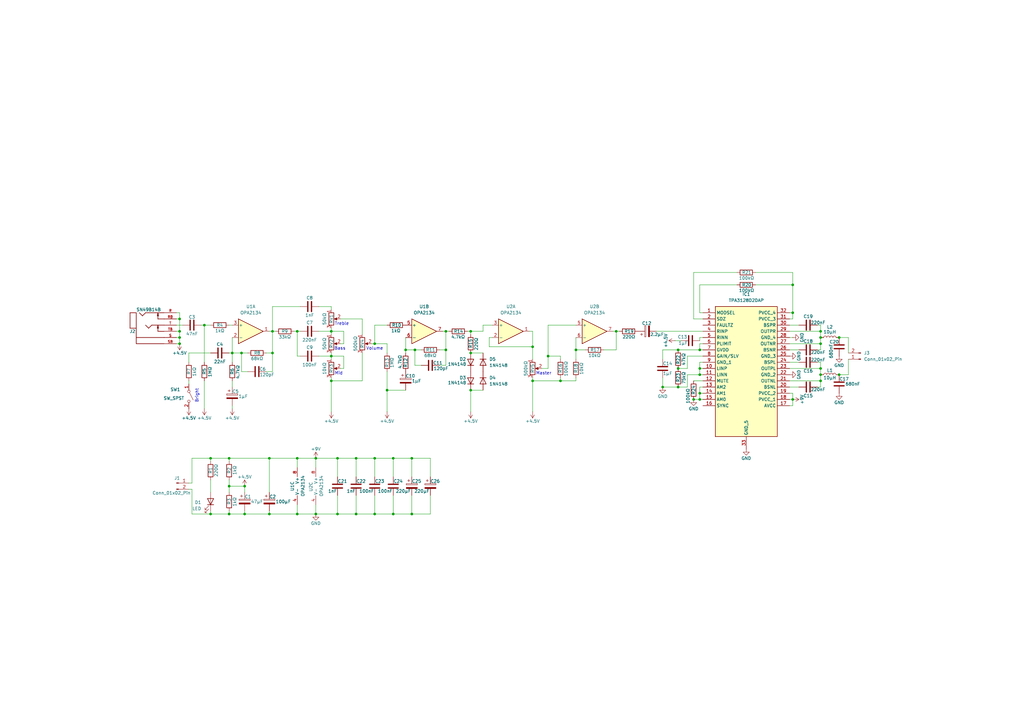
<source format=kicad_sch>
(kicad_sch (version 20231120) (generator "eeschema") (generator_version "8.0")
  (paper "A3")
  (junction (at 278.13 143.51))
  (junction (at 336.55 156.21))
  (junction (at 158.75 160.02))
  (junction (at 336.55 153.67))
  (junction (at 229.87 156.21))
  (junction (at 278.13 151.13))
  (junction (at 86.36 210.82))
  (junction (at 153.67 140.97))
  (junction (at 344.17 138.43))
  (junction (at 287.02 163.83))
  (junction (at 95.25 144.78))
  (junction (at 111.76 135.89))
  (junction (at 336.55 151.13))
  (junction (at 325.12 116.84))
  (junction (at 161.29 187.96))
  (junction (at 100.33 210.82))
  (junction (at 182.88 135.89))
  (junction (at 284.48 163.83))
  (junction (at 146.05 210.82))
  (junction (at 336.55 138.43))
  (junction (at 287.02 151.13))
  (junction (at 344.17 153.67))
  (junction (at 252.73 135.89))
  (junction (at 83.82 133.35))
  (junction (at 73.66 138.43))
  (junction (at 110.49 210.82))
  (junction (at 336.55 135.89))
  (junction (at 287.02 143.51))
  (junction (at 161.29 210.82))
  (junction (at 218.44 156.21))
  (junction (at 271.78 158.75))
  (junction (at 278.13 158.75))
  (junction (at 129.54 210.82))
  (junction (at 168.91 187.96))
  (junction (at 138.43 187.96))
  (junction (at 129.54 187.96))
  (junction (at 93.98 199.39))
  (junction (at 121.92 210.82))
  (junction (at 166.37 143.51))
  (junction (at 138.43 210.82))
  (junction (at 153.67 210.82))
  (junction (at 86.36 187.96))
  (junction (at 170.18 143.51))
  (junction (at 287.02 161.29))
  (junction (at 99.06 144.78))
  (junction (at 193.04 144.78))
  (junction (at 121.92 187.96))
  (junction (at 100.33 199.39))
  (junction (at 73.66 135.89))
  (junction (at 110.49 187.96))
  (junction (at 121.92 135.89))
  (junction (at 193.04 160.02))
  (junction (at 135.89 156.21))
  (junction (at 193.04 135.89))
  (junction (at 218.44 142.24))
  (junction (at 111.76 144.78))
  (junction (at 168.91 210.82))
  (junction (at 236.22 143.51))
  (junction (at 224.79 146.05))
  (junction (at 135.89 146.05))
  (junction (at 153.67 187.96))
  (junction (at 146.05 187.96))
  (junction (at 287.02 153.67))
  (junction (at 325.12 128.27))
  (junction (at 93.98 210.82))
  (junction (at 135.89 135.89))
  (junction (at 73.66 140.97))
  (junction (at 93.98 187.96))
  (junction (at 325.12 163.83))
  (junction (at 336.55 140.97))
  (junction (at 73.66 130.81))
  (junction (at 182.88 143.51))
  (wire (pts (xy 201.93 138.43) (xy 200.66 138.43)))
  (wire (pts (xy 161.29 203.2) (xy 161.29 210.82)))
  (wire (pts (xy 111.76 144.78) (xy 109.22 144.78)))
  (wire (pts (xy 129.54 187.96) (xy 129.54 191.77)))
  (wire (pts (xy 271.78 147.32) (xy 271.78 143.51)))
  (wire (pts (xy 336.55 138.43) (xy 336.55 140.97)))
  (wire (pts (xy 335.28 133.35) (xy 336.55 133.35)))
  (wire (pts (xy 287.02 143.51) (xy 288.29 143.51)))
  (wire (pts (xy 138.43 195.58) (xy 138.43 187.96)))
  (wire (pts (xy 287.02 163.83) (xy 288.29 163.83)))
  (wire (pts (xy 176.53 195.58) (xy 176.53 187.96)))
  (wire (pts (xy 335.28 143.51) (xy 336.55 143.51)))
  (wire (pts (xy 287.02 158.75) (xy 287.02 161.29)))
  (wire (pts (xy 153.67 187.96) (xy 161.29 187.96)))
  (wire (pts (xy 325.12 161.29) (xy 325.12 163.83)))
  (wire (pts (xy 135.89 146.05) (xy 135.89 144.78)))
  (wire (pts (xy 323.85 151.13) (xy 336.55 151.13)))
  (wire (pts (xy 140.97 140.97) (xy 140.97 135.89)))
  (wire (pts (xy 180.34 149.86) (xy 182.88 149.86)))
  (wire (pts (xy 344.17 138.43) (xy 347.98 138.43)))
  (wire (pts (xy 111.76 135.89) (xy 113.03 135.89)))
  (wire (pts (xy 110.49 201.93) (xy 110.49 187.96)))
  (wire (pts (xy 78.74 198.12) (xy 78.74 187.96)))
  (wire (pts (xy 323.85 166.37) (xy 325.12 166.37)))
  (wire (pts (xy 252.73 143.51) (xy 252.73 135.89)))
  (wire (pts (xy 140.97 135.89) (xy 135.89 135.89)))
  (wire (pts (xy 287.02 153.67) (xy 288.29 153.67)))
  (wire (pts (xy 95.25 166.37) (xy 95.25 167.64)))
  (wire (pts (xy 78.74 200.66) (xy 78.74 210.82)))
  (wire (pts (xy 288.29 151.13) (xy 287.02 151.13)))
  (wire (pts (xy 135.89 125.73) (xy 135.89 127)))
  (wire (pts (xy 193.04 144.78) (xy 198.12 144.78)))
  (wire (pts (xy 276.86 139.7) (xy 279.4 139.7)))
  (wire (pts (xy 93.98 144.78) (xy 95.25 144.78)))
  (wire (pts (xy 99.06 144.78) (xy 99.06 152.4)))
  (wire (pts (xy 86.36 187.96) (xy 93.98 187.96)))
  (wire (pts (xy 83.82 133.35) (xy 83.82 148.59)))
  (wire (pts (xy 77.47 157.48) (xy 77.47 156.21)))
  (wire (pts (xy 281.94 146.05) (xy 288.29 146.05)))
  (wire (pts (xy 130.81 125.73) (xy 135.89 125.73)))
  (wire (pts (xy 93.98 210.82) (xy 93.98 209.55)))
  (wire (pts (xy 77.47 144.78) (xy 77.47 148.59)))
  (wire (pts (xy 287.02 116.84) (xy 302.26 116.84)))
  (wire (pts (xy 170.18 143.51) (xy 172.72 143.51)))
  (wire (pts (xy 121.92 191.77) (xy 121.92 187.96)))
  (wire (pts (xy 73.66 138.43) (xy 73.66 135.89)))
  (wire (pts (xy 161.29 187.96) (xy 168.91 187.96)))
  (wire (pts (xy 325.12 128.27) (xy 325.12 130.81)))
  (wire (pts (xy 146.05 187.96) (xy 153.67 187.96)))
  (wire (pts (xy 111.76 135.89) (xy 111.76 144.78)))
  (wire (pts (xy 138.43 210.82) (xy 129.54 210.82)))
  (wire (pts (xy 93.98 196.85) (xy 93.98 199.39)))
  (wire (pts (xy 198.12 133.35) (xy 198.12 135.89)))
  (wire (pts (xy 193.04 160.02) (xy 198.12 160.02)))
  (wire (pts (xy 325.12 116.84) (xy 325.12 128.27)))
  (wire (pts (xy 336.55 143.51) (xy 336.55 140.97)))
  (wire (pts (xy 336.55 156.21) (xy 323.85 156.21)))
  (wire (pts (xy 72.39 128.27) (xy 73.66 128.27)))
  (wire (pts (xy 95.25 138.43) (xy 95.25 144.78)))
  (wire (pts (xy 130.81 146.05) (xy 135.89 146.05)))
  (wire (pts (xy 287.02 128.27) (xy 287.02 116.84)))
  (wire (pts (xy 72.39 133.35) (xy 74.93 133.35)))
  (wire (pts (xy 135.89 156.21) (xy 148.59 156.21)))
  (wire (pts (xy 288.29 148.59) (xy 287.02 148.59)))
  (wire (pts (xy 138.43 187.96) (xy 129.54 187.96)))
  (wire (pts (xy 110.49 210.82) (xy 121.92 210.82)))
  (wire (pts (xy 271.78 143.51) (xy 278.13 143.51)))
  (wire (pts (xy 224.79 146.05) (xy 224.79 151.13)))
  (wire (pts (xy 95.25 144.78) (xy 99.06 144.78)))
  (wire (pts (xy 335.28 158.75) (xy 336.55 158.75)))
  (wire (pts (xy 139.7 130.81) (xy 148.59 130.81)))
  (wire (pts (xy 72.39 138.43) (xy 73.66 138.43)))
  (wire (pts (xy 218.44 135.89) (xy 217.17 135.89)))
  (wire (pts (xy 93.98 199.39) (xy 93.98 201.93)))
  (wire (pts (xy 135.89 134.62) (xy 135.89 135.89)))
  (wire (pts (xy 224.79 146.05) (xy 229.87 146.05)))
  (wire (pts (xy 168.91 187.96) (xy 168.91 195.58)))
  (wire (pts (xy 93.98 133.35) (xy 95.25 133.35)))
  (wire (pts (xy 287.02 161.29) (xy 287.02 163.83)))
  (wire (pts (xy 336.55 135.89) (xy 323.85 135.89)))
  (wire (pts (xy 218.44 154.94) (xy 218.44 156.21)))
  (wire (pts (xy 229.87 154.94) (xy 229.87 156.21)))
  (wire (pts (xy 323.85 133.35) (xy 327.66 133.35)))
  (wire (pts (xy 158.75 133.35) (xy 153.67 133.35)))
  (wire (pts (xy 120.65 135.89) (xy 121.92 135.89)))
  (wire (pts (xy 166.37 143.51) (xy 166.37 144.78)))
  (wire (pts (xy 138.43 187.96) (xy 146.05 187.96)))
  (wire (pts (xy 336.55 158.75) (xy 336.55 156.21)))
  (wire (pts (xy 86.36 187.96) (xy 86.36 189.23)))
  (wire (pts (xy 73.66 128.27) (xy 73.66 130.81)))
  (wire (pts (xy 82.55 133.35) (xy 83.82 133.35)))
  (wire (pts (xy 153.67 203.2) (xy 153.67 210.82)))
  (wire (pts (xy 287.02 161.29) (xy 288.29 161.29)))
  (wire (pts (xy 110.49 210.82) (xy 100.33 210.82)))
  (wire (pts (xy 323.85 140.97) (xy 336.55 140.97)))
  (wire (pts (xy 200.66 138.43) (xy 200.66 142.24)))
  (wire (pts (xy 99.06 144.78) (xy 101.6 144.78)))
  (wire (pts (xy 72.39 140.97) (xy 73.66 140.97)))
  (wire (pts (xy 269.24 135.89) (xy 288.29 135.89)))
  (wire (pts (xy 323.85 143.51) (xy 327.66 143.51)))
  (wire (pts (xy 288.29 158.75) (xy 287.02 158.75)))
  (wire (pts (xy 86.36 210.82) (xy 93.98 210.82)))
  (wire (pts (xy 336.55 148.59) (xy 335.28 148.59)))
  (wire (pts (xy 288.29 128.27) (xy 287.02 128.27)))
  (wire (pts (xy 100.33 209.55) (xy 100.33 210.82)))
  (wire (pts (xy 182.88 135.89) (xy 184.15 135.89)))
  (wire (pts (xy 153.67 140.97) (xy 152.4 140.97)))
  (wire (pts (xy 281.94 158.75) (xy 281.94 153.67)))
  (wire (pts (xy 224.79 133.35) (xy 224.79 146.05)))
  (wire (pts (xy 158.75 160.02) (xy 158.75 168.91)))
  (wire (pts (xy 100.33 199.39) (xy 93.98 199.39)))
  (wire (pts (xy 182.88 149.86) (xy 182.88 143.51)))
  (wire (pts (xy 323.85 158.75) (xy 327.66 158.75)))
  (wire (pts (xy 166.37 138.43) (xy 166.37 143.51)))
  (wire (pts (xy 139.7 151.13) (xy 140.97 151.13)))
  (wire (pts (xy 323.85 161.29) (xy 325.12 161.29)))
  (wire (pts (xy 140.97 151.13) (xy 140.97 146.05)))
  (wire (pts (xy 138.43 210.82) (xy 146.05 210.82)))
  (wire (pts (xy 161.29 187.96) (xy 161.29 195.58)))
  (wire (pts (xy 344.17 153.67) (xy 347.98 153.67)))
  (wire (pts (xy 236.22 143.51) (xy 236.22 138.43)))
  (wire (pts (xy 271.78 158.75) (xy 278.13 158.75)))
  (wire (pts (xy 111.76 144.78) (xy 111.76 152.4)))
  (wire (pts (xy 158.75 140.97) (xy 153.67 140.97)))
  (wire (pts (xy 72.39 130.81) (xy 73.66 130.81)))
  (wire (pts (xy 77.47 198.12) (xy 78.74 198.12)))
  (wire (pts (xy 336.55 133.35) (xy 336.55 135.89)))
  (wire (pts (xy 148.59 130.81) (xy 148.59 137.16)))
  (wire (pts (xy 252.73 135.89) (xy 254 135.89)))
  (wire (pts (xy 182.88 135.89) (xy 181.61 135.89)))
  (wire (pts (xy 168.91 187.96) (xy 176.53 187.96)))
  (wire (pts (xy 86.36 196.85) (xy 86.36 201.93)))
  (wire (pts (xy 158.75 160.02) (xy 166.37 160.02)))
  (wire (pts (xy 168.91 203.2) (xy 168.91 210.82)))
  (wire (pts (xy 198.12 135.89) (xy 193.04 135.89)))
  (wire (pts (xy 325.12 166.37) (xy 325.12 163.83)))
  (wire (pts (xy 93.98 187.96) (xy 93.98 189.23)))
  (wire (pts (xy 110.49 209.55) (xy 110.49 210.82)))
  (wire (pts (xy 323.85 138.43) (xy 325.12 138.43)))
  (wire (pts (xy 77.47 200.66) (xy 78.74 200.66)))
  (wire (pts (xy 100.33 201.93) (xy 100.33 199.39)))
  (wire (pts (xy 200.66 142.24) (xy 218.44 142.24)))
  (wire (pts (xy 111.76 152.4) (xy 109.22 152.4)))
  (wire (pts (xy 323.85 148.59) (xy 327.66 148.59)))
  (wire (pts (xy 288.29 140.97) (xy 287.02 140.97)))
  (wire (pts (xy 83.82 133.35) (xy 86.36 133.35)))
  (wire (pts (xy 100.33 210.82) (xy 93.98 210.82)))
  (wire (pts (xy 129.54 210.82) (xy 121.92 210.82)))
  (wire (pts (xy 284.48 156.21) (xy 288.29 156.21)))
  (wire (pts (xy 95.25 158.75) (xy 95.25 156.21)))
  (wire (pts (xy 336.55 151.13) (xy 336.55 153.67)))
  (wire (pts (xy 284.48 111.76) (xy 284.48 130.81)))
  (wire (pts (xy 78.74 210.82) (xy 86.36 210.82)))
  (wire (pts (xy 135.89 154.94) (xy 135.89 156.21)))
  (wire (pts (xy 72.39 135.89) (xy 73.66 135.89)))
  (wire (pts (xy 281.94 151.13) (xy 281.94 146.05)))
  (wire (pts (xy 176.53 203.2) (xy 176.53 210.82)))
  (wire (pts (xy 83.82 156.21) (xy 83.82 167.64)))
  (wire (pts (xy 218.44 142.24) (xy 218.44 147.32)))
  (wire (pts (xy 309.88 111.76) (xy 325.12 111.76)))
  (wire (pts (xy 121.92 207.01) (xy 121.92 210.82)))
  (wire (pts (xy 180.34 143.51) (xy 182.88 143.51)))
  (wire (pts (xy 121.92 135.89) (xy 123.19 135.89)))
  (wire (pts (xy 78.74 187.96) (xy 86.36 187.96)))
  (wire (pts (xy 218.44 156.21) (xy 218.44 168.91)))
  (wire (pts (xy 121.92 187.96) (xy 110.49 187.96)))
  (wire (pts (xy 170.18 149.86) (xy 170.18 143.51)))
  (wire (pts (xy 278.13 143.51) (xy 287.02 143.51)))
  (wire (pts (xy 218.44 156.21) (xy 229.87 156.21)))
  (wire (pts (xy 135.89 156.21) (xy 135.89 168.91)))
  (wire (pts (xy 146.05 195.58) (xy 146.05 187.96)))
  (wire (pts (xy 236.22 156.21) (xy 236.22 154.94)))
  (wire (pts (xy 153.67 133.35) (xy 153.67 140.97)))
  (wire (pts (xy 158.75 144.78) (xy 158.75 140.97)))
  (wire (pts (xy 129.54 187.96) (xy 121.92 187.96)))
  (wire (pts (xy 153.67 210.82) (xy 161.29 210.82)))
  (wire (pts (xy 193.04 137.16) (xy 193.04 135.89)))
  (wire (pts (xy 148.59 156.21) (xy 148.59 144.78)))
  (wire (pts (xy 193.04 160.02) (xy 193.04 168.91)))
  (wire (pts (xy 218.44 142.24) (xy 218.44 135.89)))
  (wire (pts (xy 73.66 140.97) (xy 73.66 138.43)))
  (wire (pts (xy 325.12 163.83) (xy 323.85 163.83)))
  (wire (pts (xy 236.22 133.35) (xy 224.79 133.35)))
  (wire (pts (xy 287.02 148.59) (xy 287.02 151.13)))
  (wire (pts (xy 302.26 111.76) (xy 284.48 111.76)))
  (wire (pts (xy 287.02 139.7) (xy 287.02 138.43)))
  (wire (pts (xy 325.12 111.76) (xy 325.12 116.84)))
  (wire (pts (xy 247.65 143.51) (xy 252.73 143.51)))
  (wire (pts (xy 182.88 143.51) (xy 182.88 135.89)))
  (wire (pts (xy 281.94 153.67) (xy 287.02 153.67)))
  (wire (pts (xy 135.89 135.89) (xy 130.81 135.89)))
  (wire (pts (xy 138.43 203.2) (xy 138.43 210.82)))
  (wire (pts (xy 86.36 210.82) (xy 86.36 209.55)))
  (wire (pts (xy 146.05 210.82) (xy 153.67 210.82)))
  (wire (pts (xy 158.75 152.4) (xy 158.75 160.02)))
  (wire (pts (xy 336.55 151.13) (xy 336.55 148.59)))
  (wire (pts (xy 135.89 135.89) (xy 135.89 137.16)))
  (wire (pts (xy 95.25 144.78) (xy 95.25 148.59)))
  (wire (pts (xy 271.78 154.94) (xy 271.78 158.75)))
  (wire (pts (xy 123.19 146.05) (xy 121.92 146.05)))
  (wire (pts (xy 201.93 133.35) (xy 198.12 133.35)))
  (wire (pts (xy 229.87 156.21) (xy 236.22 156.21)))
  (wire (pts (xy 278.13 158.75) (xy 281.94 158.75)))
  (wire (pts (xy 278.13 151.13) (xy 281.94 151.13)))
  (wire (pts (xy 123.19 125.73) (xy 111.76 125.73)))
  (wire (pts (xy 287.02 151.13) (xy 287.02 153.67)))
  (wire (pts (xy 309.88 116.84) (xy 325.12 116.84)))
  (wire (pts (xy 284.48 130.81) (xy 288.29 130.81)))
  (wire (pts (xy 161.29 210.82) (xy 168.91 210.82)))
  (wire (pts (xy 336.55 135.89) (xy 336.55 138.43)))
  (wire (pts (xy 172.72 149.86) (xy 170.18 149.86)))
  (wire (pts (xy 135.89 146.05) (xy 135.89 147.32)))
  (wire (pts (xy 153.67 187.96) (xy 153.67 195.58)))
  (wire (pts (xy 287.02 140.97) (xy 287.02 143.51)))
  (wire (pts (xy 129.54 207.01) (xy 129.54 210.82)))
  (wire (pts (xy 86.36 144.78) (xy 77.47 144.78)))
  (wire (pts (xy 73.66 130.81) (xy 73.66 135.89)))
  (wire (pts (xy 347.98 153.67) (xy 347.98 147.32)))
  (wire (pts (xy 140.97 146.05) (xy 135.89 146.05)))
  (wire (pts (xy 323.85 130.81) (xy 325.12 130.81)))
  (wire (pts (xy 110.49 187.96) (xy 93.98 187.96)))
  (wire (pts (xy 193.04 135.89) (xy 191.77 135.89)))
  (wire (pts (xy 121.92 135.89) (xy 121.92 146.05)))
  (wire (pts (xy 146.05 203.2) (xy 146.05 210.82)))
  (wire (pts (xy 284.48 163.83) (xy 287.02 163.83)))
  (wire (pts (xy 236.22 143.51) (xy 236.22 147.32)))
  (wire (pts (xy 111.76 135.89) (xy 110.49 135.89)))
  (wire (pts (xy 229.87 146.05) (xy 229.87 147.32)))
  (wire (pts (xy 251.46 135.89) (xy 252.73 135.89)))
  (wire (pts (xy 166.37 143.51) (xy 170.18 143.51)))
  (wire (pts (xy 224.79 151.13) (xy 222.25 151.13)))
  (wire (pts (xy 347.98 138.43) (xy 347.98 144.78)))
  (wire (pts (xy 168.91 210.82) (xy 176.53 210.82)))
  (wire (pts (xy 323.85 128.27) (xy 325.12 128.27)))
  (wire (pts (xy 99.06 152.4) (xy 101.6 152.4)))
  (wire (pts (xy 287.02 138.43) (xy 288.29 138.43)))
  (wire (pts (xy 240.03 143.51) (xy 236.22 143.51)))
  (wire (pts (xy 139.7 140.97) (xy 140.97 140.97)))
  (wire (pts (xy 336.55 153.67) (xy 336.55 156.21)))
  (wire (pts (xy 111.76 125.73) (xy 111.76 135.89)))
  (text "Bright" (at 80.772 162.306 90) (effects (font (size 1.27 1.27))))
  (text "Bass" (at 139.446 143.002 0) (effects (font (size 1.27 1.27))))
  (text "Treble" (at 140.208 132.842 0) (effects (font (size 1.27 1.27))))
  (text "Mid" (at 138.938 153.162 0) (effects (font (size 1.27 1.27))))
  (text "Master" (at 223.012 153.162 0) (effects (font (size 1.27 1.27))))
  (text "Volume" (at 153.67 143.002 0) (effects (font (size 1.27 1.27))))
  (symbol (lib_id "power:GND") (at 271.78 158.75 0) (unit 1)
    (property "Reference" "#PWR013" (effects (hide yes)))
    (property "Value" "GND" (at 271.78 162.56 0))
    (property "Description" "Power symbol creates a global label with name \"GND\" , ground" (effects (hide yes)))
  )
  (symbol (lib_id "Diode:1N4148") (at 198.12 156.21 270) (unit 1)
    (property "Reference" "D4" (at 200.66 154.9399 90) (effects (justify left)))
    (property "Value" "1N4148" (at 200.66 157.4799 90) (effects (justify left)))
    (property "Footprint" "Diode_THT:D_DO-35_SOD27_P7.62mm_Horizontal" (effects (hide yes)))
    (property "Datasheet" "https://assets.nexperia.com/documents/data-sheet/1N4148_1N4448.pdf" (effects (hide yes)))
    (property "Description" "100V 0.15A standard switching diode, DO-35" (effects (hide yes)))
    (property "Sim.Device" "D" (effects (hide yes)))
    (property "Sim.Pins" "1=K 2=A" (effects (hide yes)))
  )
  (symbol (lib_id "Device:LED") (at 86.36 205.74 270) (mirror x) (unit 1)
    (property "Reference" "D1" (at 82.55 206.0574 90) (effects (justify right)))
    (property "Value" "LED" (at 82.55 208.5974 90) (effects (justify right)))
    (property "Footprint" "LED_THT:LED_D5.0mm_Clear" (effects (hide yes)))
    (property "Description" "Light emitting diode" (effects (hide yes)))
  )
  (symbol (lib_id "Device:C") (at 331.47 158.75 270) (unit 1)
    (property "Reference" "C15" (at 331.47 162.306 90))
    (property "Value" "220nF" (at 335.534 159.766 90))
    (property "Footprint" "Capacitor_THT:C_Rect_L4.6mm_W3.0mm_P2.50mm_MKS02_FKP02" (effects (hide yes)))
    (property "Description" "Unpolarized capacitor" (effects (hide yes)))
  )
  (symbol (lib_id "Device:R") (at 83.82 152.4 180) (unit 1)
    (property "Reference" "R5" (at 83.82 153.67 90) (effects (justify right)))
    (property "Value" "1MΩ" (at 86.106 154.686 90) (effects (justify right)))
    (property "Footprint" "Resistor_THT:R_Axial_DIN0207_L6.3mm_D2.5mm_P7.62mm_Horizontal" (effects (hide yes)))
    (property "Description" "Resistor" (effects (hide yes)))
  )
  (symbol (lib_id "power:+3.3V") (at 158.75 168.91 180) (unit 1)
    (property "Reference" "#PWR08" (effects (hide yes)))
    (property "Value" "+4.5V" (at 158.75 172.72 0))
    (property "Description" "Power symbol creates a global label with name \"+3.3V\"" (effects (hide yes)))
  )
  (symbol (lib_id "power:+3.3V") (at 193.04 168.91 180) (unit 1)
    (property "Reference" "#PWR09" (effects (hide yes)))
    (property "Value" "+4.5V" (at 193.04 172.72 0))
    (property "Description" "Power symbol creates a global label with name \"+3.3V\"" (effects (hide yes)))
  )
  (symbol (lib_id "Device:R") (at 257.81 135.89 90) (unit 1)
    (property "Reference" "R19" (at 256.032 135.89 90) (effects (justify right)))
    (property "Value" "220Ω" (at 255.27 138.176 90) (effects (justify right)))
    (property "Footprint" "Resistor_THT:R_Axial_DIN0207_L6.3mm_D2.5mm_P7.62mm_Horizontal" (effects (hide yes)))
    (property "Description" "Resistor" (effects (hide yes)))
  )
  (symbol (lib_id "Device:C") (at 138.43 199.39 0) (unit 1)
    (property "Reference" "C21" (at 140.462 197.358 0))
    (property "Value" "1nF" (at 136.398 201.422 0))
    (property "Footprint" "Capacitor_THT:C_Rect_L4.6mm_W3.0mm_P2.50mm_MKS02_FKP02" (effects (hide yes)))
    (property "Description" "Unpolarized capacitor" (effects (hide yes)))
  )
  (symbol (lib_id "Device:C") (at 78.74 133.35 90) (unit 1)
    (property "Reference" "C3" (at 78.74 130.048 90))
    (property "Value" "47nF" (at 78.74 136.906 90))
    (property "Footprint" "Capacitor_THT:C_Rect_L4.6mm_W3.0mm_P2.50mm_MKS02_FKP02" (effects (hide yes)))
    (property "Description" "Unpolarized capacitor" (effects (hide yes)))
  )
  (symbol (lib_id "Device:R") (at 284.48 160.02 0) (unit 1)
    (property "Reference" "R24" (at 284.48 157.988 90) (effects (justify right)))
    (property "Value" "100kΩ" (at 282.194 159.258 90) (effects (justify right)))
    (property "Footprint" "Resistor_THT:R_Axial_DIN0207_L6.3mm_D2.5mm_P7.62mm_Horizontal" (effects (hide yes)))
    (property "Description" "Resistor" (effects (hide yes)))
  )
  (symbol (lib_id "Device:C") (at 127 125.73 90) (unit 1)
    (property "Reference" "C8" (at 127 122.174 90))
    (property "Value" "1nF" (at 127 129.286 90))
    (property "Footprint" "Capacitor_THT:C_Rect_L4.6mm_W3.0mm_P2.50mm_MKS02_FKP02" (effects (hide yes)))
    (property "Description" "Unpolarized capacitor" (effects (hide yes)))
  )
  (symbol (lib_id "Amplifier_Operational:OPA2134") (at 132.08 199.39 0) (unit 3)
    (property "Reference" "U2" (at 127.508 201.676 90) (effects (justify left)))
    (property "Value" "OPA2134" (at 131.826 203.708 90) (effects (justify left)))
    (property "Footprint" "Package_DIP:DIP-8_W7.62mm" (effects (hide yes)))
    (property "Datasheet" "http://www.ti.com/lit/ds/symlink/opa134.pdf" (effects (hide yes)))
    (property "Description" "Dual SoundPlus High Performance Audio Operational Amplifiers, DIP-8/SOIC-8" (effects (hide yes)))
  )
  (symbol (lib_id "Device:C") (at 127 135.89 90) (unit 1)
    (property "Reference" "C7" (at 127 132.334 90))
    (property "Value" "220nF" (at 127 139.446 90))
    (property "Footprint" "Capacitor_THT:C_Rect_L4.6mm_W3.0mm_P2.50mm_MKS02_FKP02" (effects (hide yes)))
    (property "Description" "Unpolarized capacitor" (effects (hide yes)))
  )
  (symbol (lib_id "power:GND") (at 129.54 210.82 0) (unit 1)
    (property "Reference" "#PWR03" (effects (hide yes)))
    (property "Value" "GND" (at 129.54 214.63 0))
    (property "Description" "Power symbol creates a global label with name \"GND\" , ground" (effects (hide yes)))
  )
  (symbol (lib_id "Device:R") (at 116.84 135.89 270) (unit 1)
    (property "Reference" "R9" (at 118.11 135.89 90) (effects (justify right)))
    (property "Value" "33kΩ" (at 119.38 138.176 90) (effects (justify right)))
    (property "Footprint" "Resistor_THT:R_Axial_DIN0207_L6.3mm_D2.5mm_P7.62mm_Horizontal" (effects (hide yes)))
    (property "Description" "Resistor" (effects (hide yes)))
  )
  (symbol (lib_id "Device:R") (at 236.22 151.13 0) (unit 1)
    (property "Reference" "R18" (at 236.22 149.098 90) (effects (justify right)))
    (property "Value" "10kΩ" (at 238.506 148.59 90) (effects (justify right)))
    (property "Footprint" "Resistor_THT:R_Axial_DIN0207_L6.3mm_D2.5mm_P7.62mm_Horizontal" (effects (hide yes)))
    (property "Description" "Resistor" (effects (hide yes)))
  )
  (symbol (lib_id "PJ-644C:SN49B14B") (at 62.23 133.35 0) (unit 1)
    (property "Reference" "J2" (at 54.356 135.89 0))
    (property "Value" "SN49B14B" (at 60.96 127 0))
    (property "Footprint" "footprints:PJ-644C" (effects (hide yes)))
    (property "PARTREV" "F" (effects (hide yes)))
    (property "STANDARD" "Manufacturer Recommendations" (effects (hide yes)))
    (property "MANUFACTURER" "Switchcraft" (effects (hide yes)))
  )
  (symbol (lib_id "Device:C") (at 176.53 149.86 90) (unit 1)
    (property "Reference" "C11" (at 179.578 148.844 90))
    (property "Value" "120pF" (at 180.848 151.13 90))
    (property "Footprint" "Capacitor_THT:C_Rect_L4.6mm_W3.0mm_P2.50mm_MKS02_FKP02" (effects (hide yes)))
    (property "Description" "Unpolarized capacitor" (effects (hide yes)))
  )
  (symbol (lib_id "power:GND") (at 323.85 153.67 90) (unit 1)
    (property "Reference" "#PWR016" (effects (hide yes)))
    (property "Value" "GND" (at 327.66 153.67 0))
    (property "Description" "Power symbol creates a global label with name \"GND\" , ground" (effects (hide yes)))
  )
  (symbol (lib_id "power:+3.3V") (at 73.66 140.97 180) (unit 1)
    (property "Reference" "#PWR021" (effects (hide yes)))
    (property "Value" "+4.5V" (at 73.66 144.78 0))
    (property "Description" "Power symbol creates a global label with name \"+3.3V\"" (effects (hide yes)))
  )
  (symbol (lib_id "Device:R") (at 243.84 143.51 90) (unit 1)
    (property "Reference" "R17" (at 242.062 143.51 90) (effects (justify right)))
    (property "Value" "10kΩ" (at 241.3 145.796 90) (effects (justify right)))
    (property "Footprint" "Resistor_THT:R_Axial_DIN0207_L6.3mm_D2.5mm_P7.62mm_Horizontal" (effects (hide yes)))
    (property "Description" "Resistor" (effects (hide yes)))
  )
  (symbol (lib_id "Device:C") (at 127 146.05 90) (unit 1)
    (property "Reference" "C9" (at 127 142.494 90))
    (property "Value" "100nF" (at 127 149.606 90))
    (property "Footprint" "Capacitor_THT:C_Rect_L4.6mm_W3.0mm_P2.50mm_MKS02_FKP02" (effects (hide yes)))
    (property "Description" "Unpolarized capacitor" (effects (hide yes)))
  )
  (symbol (lib_id "Device:R") (at 229.87 151.13 0) (unit 1)
    (property "Reference" "R16" (at 229.87 149.098 90) (effects (justify right)))
    (property "Value" "100kΩ" (at 232.156 148.082 90) (effects (justify right)))
    (property "Footprint" "Resistor_THT:R_Axial_DIN0207_L6.3mm_D2.5mm_P7.62mm_Horizontal" (effects (hide yes)))
    (property "Description" "Resistor" (effects (hide yes)))
  )
  (symbol (lib_id "power:+9V") (at 129.54 187.96 0) (unit 1)
    (property "Reference" "#PWR02" (effects (hide yes)))
    (property "Value" "+9V" (at 129.54 184.15 0))
    (property "Description" "Power symbol creates a global label with name \"+9V\"" (effects (hide yes)))
  )
  (symbol (lib_id "Device:R_Potentiometer") (at 148.59 140.97 0) (unit 1)
    (property "Reference" "RV4" (at 148.59 140.97 90))
    (property "Value" "500kΩ" (at 145.796 140.97 90))
    (property "Footprint" "Potentiometer_THT:Potentiometer_Alpha_RD901F-40-00D_Single_Vertical" (effects (hide yes)))
    (property "Description" "Potentiometer" (effects (hide yes)))
  )
  (symbol (lib_id "Amplifier_Operational:OPA2134") (at 124.46 199.39 0) (unit 3)
    (property "Reference" "U1" (at 119.888 201.422 90) (effects (justify left)))
    (property "Value" "OPA2134" (at 124.206 203.708 90) (effects (justify left)))
    (property "Footprint" "Package_DIP:DIP-8_W7.62mm" (effects (hide yes)))
    (property "Datasheet" "http://www.ti.com/lit/ds/symlink/opa134.pdf" (effects (hide yes)))
    (property "Description" "Dual SoundPlus High Performance Audio Operational Amplifiers, DIP-8/SOIC-8" (effects (hide yes)))
  )
  (symbol (lib_id "TPA3128D2DAP:TPA3128D2DAP") (at 288.29 128.27 0) (unit 1)
    (property "Reference" "IC1" (at 306.07 120.65 0))
    (property "Value" "TPA3128D2DAP" (at 306.07 123.19 0))
    (property "Footprint" "TPA3128:SOP65P810X120-33N" (effects (hide yes)))
    (property "Datasheet" "https://www.arrow.com/en/products/tpa3128d2dap/texas-instruments" (effects (hide yes)))
    (property "Description" "Audio Amp Speaker 1-CH Mono/2-CH Stereo 60W Class-D 32-Pin HTSSOP EP Tube" (effects (hide yes)))
    (property "Height" "1.2" (effects (hide yes)))
    (property "Manufacturer_Name" "Texas Instruments" (effects (hide yes)))
    (property "Manufacturer_Part_Number" "TPA3128D2DAP" (effects (hide yes)))
    (property "Mouser Part Number" "595-TPA3128D2DAP" (effects (hide yes)))
    (property "Mouser Price/Stock" "https://www.mouser.co.uk/ProductDetail/Texas-Instruments/TPA3128D2DAP?qs=34RfhUjJmKeg2whtXY9Mpg%3D%3D" (effects (hide yes)))
    (property "Arrow Part Number" "TPA3128D2DAP" (effects (hide yes)))
    (property "Arrow Price/Stock" "https://www.arrow.com/en/products/tpa3128d2dap/texas-instruments?region=nac" (effects (hide yes)))
  )
  (symbol (lib_id "power:GND") (at 306.07 184.15 0) (unit 1)
    (property "Reference" "#PWR015" (effects (hide yes)))
    (property "Value" "GND" (at 306.07 187.96 0))
    (property "Description" "Power symbol creates a global label with name \"GND\" , ground" (effects (hide yes)))
  )
  (symbol (lib_id "power:+9V") (at 325.12 163.83 270) (unit 1)
    (property "Reference" "#PWR014" (effects (hide yes)))
    (property "Value" "+9V" (at 328.93 163.83 0))
    (property "Description" "Power symbol creates a global label with name \"+9V\"" (effects (hide yes)))
  )
  (symbol (lib_id "Device:C_Polarized") (at 168.91 199.39 0) (unit 1)
    (property "Reference" "C25" (at 168.91 197.358 0) (effects (justify left)))
    (property "Value" "220µF" (at 162.306 201.422 0) (effects (justify left)))
    (property "Footprint" "Capacitor_THT:CP_Radial_D5.0mm_P2.00mm" (effects (hide yes)))
    (property "Description" "Polarized capacitor" (effects (hide yes)))
  )
  (symbol (lib_id "Connector:Conn_01x02_Pin") (at 72.39 198.12 0) (unit 1)
    (property "Reference" "J1" (at 72.644 196.088 0))
    (property "Value" "Conn_01x02_Pin" (at 70.358 202.184 0))
    (property "Footprint" "Connector_PinHeader_2.00mm:PinHeader_1x02_P2.00mm_Vertical" (effects (hide yes)))
    (property "Description" "Generic connector, single row, 01x02, script generated" (effects (hide yes)))
  )
  (symbol (lib_id "Device:R") (at 176.53 143.51 270) (unit 1)
    (property "Reference" "R11" (at 178.562 143.51 90) (effects (justify right)))
    (property "Value" "68kΩ" (at 179.07 145.796 90) (effects (justify right)))
    (property "Footprint" "Resistor_THT:R_Axial_DIN0207_L6.3mm_D2.5mm_P7.62mm_Horizontal" (effects (hide yes)))
    (property "Description" "Resistor" (effects (hide yes)))
  )
  (symbol (lib_id "Device:C_Polarized") (at 95.25 162.56 0) (unit 1)
    (property "Reference" "C5" (at 95.25 160.528 0) (effects (justify left)))
    (property "Value" "1µF" (at 97.79 162.56 0) (effects (justify left)))
    (property "Footprint" "Capacitor_THT:CP_Radial_D5.0mm_P2.00mm" (effects (hide yes)))
    (property "Description" "Polarized capacitor" (effects (hide yes)))
  )
  (symbol (lib_id "Device:R") (at 95.25 152.4 180) (unit 1)
    (property "Reference" "R6" (at 95.25 153.67 90) (effects (justify right)))
    (property "Value" "4.7kΩ" (at 97.536 155.448 90) (effects (justify right)))
    (property "Footprint" "Resistor_THT:R_Axial_DIN0207_L6.3mm_D2.5mm_P7.62mm_Horizontal" (effects (hide yes)))
    (property "Description" "Resistor" (effects (hide yes)))
  )
  (symbol (lib_id "power:GND") (at 344.17 146.05 0) (unit 1)
    (property "Reference" "#PWR020" (effects (hide yes)))
    (property "Value" "GND" (at 344.17 149.86 0))
    (property "Description" "Power symbol creates a global label with name \"GND\" , ground" (effects (hide yes)))
  )
  (symbol (lib_id "Amplifier_Operational:OPA2134") (at 243.84 135.89 0) (unit 2)
    (property "Reference" "U2" (at 243.84 125.73 0))
    (property "Value" "OPA2134" (at 243.84 128.27 0))
    (property "Footprint" "Package_DIP:DIP-8_W7.62mm" (effects (hide yes)))
    (property "Datasheet" "http://www.ti.com/lit/ds/symlink/opa134.pdf" (effects (hide yes)))
    (property "Description" "Dual SoundPlus High Performance Audio Operational Amplifiers, DIP-8/SOIC-8" (effects (hide yes)))
  )
  (symbol (lib_id "power:GND") (at 284.48 163.83 0) (unit 1)
    (property "Reference" "#PWR012" (effects (hide yes)))
    (property "Value" "GND" (at 284.48 167.64 0))
    (property "Description" "Power symbol creates a global label with name \"GND\" , ground" (effects (hide yes)))
  )
  (symbol (lib_id "Device:R_Potentiometer") (at 135.89 151.13 0) (unit 1)
    (property "Reference" "RV3" (at 135.89 151.13 90))
    (property "Value" "10kΩ" (at 133.096 151.13 90))
    (property "Footprint" "Potentiometer_THT:Potentiometer_Alpha_RD901F-40-00D_Single_Vertical" (effects (hide yes)))
    (property "Description" "Potentiometer" (effects (hide yes)))
  )
  (symbol (lib_id "Device:C") (at 331.47 148.59 270) (unit 1)
    (property "Reference" "C16" (at 331.47 152.146 90))
    (property "Value" "220nF" (at 335.534 147.574 90))
    (property "Footprint" "Capacitor_THT:C_Rect_L4.6mm_W3.0mm_P2.50mm_MKS02_FKP02" (effects (hide yes)))
    (property "Description" "Unpolarized capacitor" (effects (hide yes)))
  )
  (symbol (lib_id "power:+3.3V") (at 276.86 139.7 90) (unit 1)
    (property "Reference" "#PWR011" (effects (hide yes)))
    (property "Value" "+4.5V" (at 273.05 139.7 0))
    (property "Description" "Power symbol creates a global label with name \"+3.3V\"" (effects (hide yes)))
  )
  (symbol (lib_id "Device:C_Polarized") (at 176.53 199.39 0) (unit 1)
    (property "Reference" "C26" (at 176.53 197.358 0) (effects (justify left)))
    (property "Value" "220µF" (at 169.926 201.422 0) (effects (justify left)))
    (property "Footprint" "Capacitor_THT:CP_Radial_D5.0mm_P2.00mm" (effects (hide yes)))
    (property "Description" "Polarized capacitor" (effects (hide yes)))
  )
  (symbol (lib_id "Amplifier_Operational:OPA2134") (at 173.99 135.89 0) (unit 2)
    (property "Reference" "U1" (at 173.99 125.73 0))
    (property "Value" "OPA2134" (at 173.99 128.27 0))
    (property "Footprint" "Package_DIP:DIP-8_W7.62mm" (effects (hide yes)))
    (property "Datasheet" "http://www.ti.com/lit/ds/symlink/opa134.pdf" (effects (hide yes)))
    (property "Description" "Dual SoundPlus High Performance Audio Operational Amplifiers, DIP-8/SOIC-8" (effects (hide yes)))
  )
  (symbol (lib_id "Device:R_Potentiometer") (at 218.44 151.13 0) (unit 1)
    (property "Reference" "RV5" (at 218.44 151.13 90))
    (property "Value" "500kΩ" (at 215.646 151.13 90))
    (property "Footprint" "Potentiometer_THT:Potentiometer_Alpha_RD901F-40-00D_Single_Vertical" (effects (hide yes)))
    (property "Description" "Potentiometer" (effects (hide yes)))
  )
  (symbol (lib_id "Device:L") (at 340.36 153.67 90) (unit 1)
    (property "Reference" "L1" (at 340.36 151.892 90))
    (property "Value" "10µH" (at 340.36 154.94 90))
    (property "Footprint" "Inductor_THT:L_Axial_L6.6mm_D2.7mm_P10.16mm_Horizontal_Vishay_IM-2" (effects (hide yes)))
    (property "Description" "Inductor" (effects (hide yes)))
  )
  (symbol (lib_id "power:+3.3V") (at 100.33 199.39 0) (unit 1)
    (property "Reference" "#PWR01" (effects (hide yes)))
    (property "Value" "+4.5V" (at 100.33 195.58 0))
    (property "Description" "Power symbol creates a global label with name \"+3.3V\"" (effects (hide yes)))
  )
  (symbol (lib_id "Switch:SW_SPST") (at 77.47 162.56 270) (unit 1)
    (property "Reference" "SW1" (at 69.85 159.766 90) (effects (justify left)))
    (property "Value" "SW_SPST" (at 67.056 163.322 90) (effects (justify left)))
    (property "Footprint" "Connector_PinHeader_2.00mm:PinHeader_1x02_P2.00mm_Vertical" (effects (hide yes)))
    (property "Description" "Single Pole Single Throw (SPST) switch" (effects (hide yes)))
  )
  (symbol (lib_id "Device:C_Polarized") (at 110.49 205.74 0) (unit 1)
    (property "Reference" "C2" (at 110.49 203.708 0) (effects (justify left)))
    (property "Value" "100µF" (at 113.03 205.74 0) (effects (justify left)))
    (property "Footprint" "Capacitor_THT:CP_Radial_D5.0mm_P2.00mm" (effects (hide yes)))
    (property "Description" "Polarized capacitor" (effects (hide yes)))
  )
  (symbol (lib_id "Device:R") (at 187.96 135.89 270) (unit 1)
    (property "Reference" "R14" (at 189.992 135.89 90) (effects (justify right)))
    (property "Value" "4.7kΩ" (at 190.754 138.176 90) (effects (justify right)))
    (property "Footprint" "Resistor_THT:R_Axial_DIN0207_L6.3mm_D2.5mm_P7.62mm_Horizontal" (effects (hide yes)))
    (property "Description" "Resistor" (effects (hide yes)))
  )
  (symbol (lib_id "Device:C") (at 331.47 143.51 270) (unit 1)
    (property "Reference" "C18" (at 331.47 139.954 90))
    (property "Value" "220nF" (at 335.534 144.526 90))
    (property "Footprint" "Capacitor_THT:C_Rect_L4.6mm_W3.0mm_P2.50mm_MKS02_FKP02" (effects (hide yes)))
    (property "Description" "Unpolarized capacitor" (effects (hide yes)))
  )
  (symbol (lib_id "Device:C") (at 344.17 157.48 0) (unit 1)
    (property "Reference" "C17" (at 346.202 155.448 0))
    (property "Value" "680nF" (at 349.758 157.48 0))
    (property "Footprint" "Capacitor_THT:C_Rect_L4.6mm_W3.0mm_P2.50mm_MKS02_FKP02" (effects (hide yes)))
    (property "Description" "Unpolarized capacitor" (effects (hide yes)))
  )
  (symbol (lib_id "Device:R") (at 162.56 133.35 270) (unit 1)
    (property "Reference" "R10" (at 164.592 133.35 90) (effects (justify right)))
    (property "Value" "1kΩ" (at 164.338 135.636 90) (effects (justify right)))
    (property "Footprint" "Resistor_THT:R_Axial_DIN0207_L6.3mm_D2.5mm_P7.62mm_Horizontal" (effects (hide yes)))
    (property "Description" "Resistor" (effects (hide yes)))
  )
  (symbol (lib_id "power:+3.3V") (at 218.44 168.91 180) (unit 1)
    (property "Reference" "#PWR010" (effects (hide yes)))
    (property "Value" "+4.5V" (at 218.44 172.72 0))
    (property "Description" "Power symbol creates a global label with name \"+3.3V\"" (effects (hide yes)))
  )
  (symbol (lib_id "power:GND") (at 344.17 161.29 0) (unit 1)
    (property "Reference" "#PWR017" (effects (hide yes)))
    (property "Value" "GND" (at 344.17 165.1 0))
    (property "Description" "Power symbol creates a global label with name \"GND\" , ground" (effects (hide yes)))
  )
  (symbol (lib_id "Device:R") (at 93.98 193.04 0) (unit 1)
    (property "Reference" "R2" (at 93.98 194.31 90) (effects (justify left)))
    (property "Value" "1kΩ" (at 96.266 194.818 90) (effects (justify left)))
    (property "Footprint" "Resistor_THT:R_Axial_DIN0207_L6.3mm_D2.5mm_P7.62mm_Horizontal" (effects (hide yes)))
    (property "Description" "Resistor" (effects (hide yes)))
  )
  (symbol (lib_id "Device:R_Potentiometer") (at 135.89 140.97 0) (unit 1)
    (property "Reference" "RV2" (at 135.89 140.97 90))
    (property "Value" "50kΩ" (at 133.096 140.97 90))
    (property "Footprint" "Potentiometer_THT:Potentiometer_Alpha_RD901F-40-00D_Single_Vertical" (effects (hide yes)))
    (property "Description" "Potentiometer" (effects (hide yes)))
  )
  (symbol (lib_id "Device:R") (at 278.13 154.94 0) (unit 1)
    (property "Reference" "R23" (at 278.13 152.908 90) (effects (justify right)))
    (property "Value" "75kΩ" (at 280.416 152.4 90) (effects (justify right)))
    (property "Footprint" "Resistor_THT:R_Axial_DIN0207_L6.3mm_D2.5mm_P7.62mm_Horizontal" (effects (hide yes)))
    (property "Description" "Resistor" (effects (hide yes)))
  )
  (symbol (lib_id "power:+3.3V") (at 95.25 167.64 180) (unit 1)
    (property "Reference" "#PWR06" (effects (hide yes)))
    (property "Value" "+4.5V" (at 95.25 171.45 0))
    (property "Description" "Power symbol creates a global label with name \"+3.3V\"" (effects (hide yes)))
  )
  (symbol (lib_id "Diode:1N4148") (at 193.04 156.21 90) (unit 1)
    (property "Reference" "D3" (at 188.468 154.94 90) (effects (justify right)))
    (property "Value" "1N4148" (at 183.642 156.972 90) (effects (justify right)))
    (property "Footprint" "Diode_THT:D_DO-35_SOD27_P7.62mm_Horizontal" (effects (hide yes)))
    (property "Datasheet" "https://assets.nexperia.com/documents/data-sheet/1N4148_1N4448.pdf" (effects (hide yes)))
    (property "Description" "100V 0.15A standard switching diode, DO-35" (effects (hide yes)))
    (property "Sim.Device" "D" (effects (hide yes)))
    (property "Sim.Pins" "1=K 2=A" (effects (hide yes)))
  )
  (symbol (lib_id "Diode:1N4148") (at 193.04 148.59 90) (unit 1)
    (property "Reference" "D2" (at 188.468 147.32 90) (effects (justify right)))
    (property "Value" "1N4148" (at 183.642 149.352 90) (effects (justify right)))
    (property "Footprint" "Diode_THT:D_DO-35_SOD27_P7.62mm_Horizontal" (effects (hide yes)))
    (property "Datasheet" "https://assets.nexperia.com/documents/data-sheet/1N4148_1N4448.pdf" (effects (hide yes)))
    (property "Description" "100V 0.15A standard switching diode, DO-35" (effects (hide yes)))
    (property "Sim.Device" "D" (effects (hide yes)))
    (property "Sim.Pins" "1=K 2=A" (effects (hide yes)))
  )
  (symbol (lib_id "Device:C_Polarized") (at 265.43 135.89 90) (unit 1)
    (property "Reference" "C12" (at 267.208 132.588 90) (effects (justify left)))
    (property "Value" "2.2µF" (at 272.288 137.16 90) (effects (justify left)))
    (property "Footprint" "Capacitor_THT:CP_Radial_D5.0mm_P2.00mm" (effects (hide yes)))
    (property "Description" "Polarized capacitor" (effects (hide yes)))
  )
  (symbol (lib_id "power:GND") (at 325.12 138.43 90) (unit 1)
    (property "Reference" "#PWR018" (effects (hide yes)))
    (property "Value" "GND" (at 328.93 138.43 0))
    (property "Description" "Power symbol creates a global label with name \"GND\" , ground" (effects (hide yes)))
  )
  (symbol (lib_id "Device:C") (at 105.41 152.4 90) (unit 1)
    (property "Reference" "C6" (at 107.696 151.384 90))
    (property "Value" "120pF" (at 109.474 153.67 90))
    (property "Footprint" "Capacitor_THT:C_Rect_L4.6mm_W3.0mm_P2.50mm_MKS02_FKP02" (effects (hide yes)))
    (property "Description" "Unpolarized capacitor" (effects (hide yes)))
  )
  (symbol (lib_id "Device:R") (at 278.13 147.32 0) (unit 1)
    (property "Reference" "R22" (at 278.13 145.542 90) (effects (justify right)))
    (property "Value" "47kΩ" (at 280.416 144.78 90) (effects (justify right)))
    (property "Footprint" "Resistor_THT:R_Axial_DIN0207_L6.3mm_D2.5mm_P7.62mm_Horizontal" (effects (hide yes)))
    (property "Description" "Resistor" (effects (hide yes)))
  )
  (symbol (lib_id "Device:R_Potentiometer") (at 135.89 130.81 0) (unit 1)
    (property "Reference" "RV1" (at 135.89 130.81 90))
    (property "Value" "50kΩ" (at 133.096 130.81 90))
    (property "Footprint" "Potentiometer_THT:Potentiometer_Alpha_RD901F-40-00D_Single_Vertical" (effects (hide yes)))
    (property "Description" "Potentiometer" (effects (hide yes)))
  )
  (symbol (lib_id "Device:R") (at 90.17 133.35 90) (unit 1)
    (property "Reference" "R4" (at 90.17 133.35 90))
    (property "Value" "1kΩ" (at 90.17 135.636 90))
    (property "Footprint" "Resistor_THT:R_Axial_DIN0207_L6.3mm_D2.5mm_P7.62mm_Horizontal" (effects (hide yes)))
    (property "Description" "Resistor" (effects (hide yes)))
  )
  (symbol (lib_id "Device:R") (at 306.07 116.84 90) (unit 1)
    (property "Reference" "R20" (at 304.292 116.84 90) (effects (justify right)))
    (property "Value" "100kΩ" (at 303.022 119.126 90) (effects (justify right)))
    (property "Footprint" "Resistor_THT:R_Axial_DIN0207_L6.3mm_D2.5mm_P7.62mm_Horizontal" (effects (hide yes)))
    (property "Description" "Resistor" (effects (hide yes)))
  )
  (symbol (lib_id "Amplifier_Operational:OPA2134") (at 102.87 135.89 0) (unit 1)
    (property "Reference" "U1" (at 102.87 125.73 0))
    (property "Value" "OPA2134" (at 102.87 128.27 0))
    (property "Footprint" "Package_DIP:DIP-8_W7.62mm" (effects (hide yes)))
    (property "Datasheet" "http://www.ti.com/lit/ds/symlink/opa134.pdf" (effects (hide yes)))
    (property "Description" "Dual SoundPlus High Performance Audio Operational Amplifiers, DIP-8/SOIC-8" (effects (hide yes)))
  )
  (symbol (lib_id "Device:C_Polarized") (at 166.37 156.21 0) (unit 1)
    (property "Reference" "C10" (at 166.37 154.178 0) (effects (justify left)))
    (property "Value" "1µF" (at 168.91 156.21 0) (effects (justify left)))
    (property "Footprint" "Capacitor_THT:CP_Radial_D5.0mm_P2.00mm" (effects (hide yes)))
    (property "Description" "Polarized capacitor" (effects (hide yes)))
  )
  (symbol (lib_id "Device:C") (at 331.47 133.35 270) (unit 1)
    (property "Reference" "C19" (at 331.47 129.794 90))
    (property "Value" "220nF" (at 335.534 132.334 90))
    (property "Footprint" "Capacitor_THT:C_Rect_L4.6mm_W3.0mm_P2.50mm_MKS02_FKP02" (effects (hide yes)))
    (property "Description" "Unpolarized capacitor" (effects (hide yes)))
  )
  (symbol (lib_id "Device:C_Polarized") (at 100.33 205.74 0) (unit 1)
    (property "Reference" "C1" (at 100.33 203.708 0) (effects (justify left)))
    (property "Value" "47µF" (at 102.87 205.74 0) (effects (justify left)))
    (property "Footprint" "Capacitor_THT:CP_Radial_D5.0mm_P2.00mm" (effects (hide yes)))
    (property "Description" "Polarized capacitor" (effects (hide yes)))
  )
  (symbol (lib_id "power:+3.3V") (at 135.89 168.91 180) (unit 1)
    (property "Reference" "#PWR07" (effects (hide yes)))
    (property "Value" "+4.5V" (at 135.89 172.72 0))
    (property "Description" "Power symbol creates a global label with name \"+3.3V\"" (effects (hide yes)))
  )
  (symbol (lib_id "power:+3.3V") (at 77.47 167.64 180) (unit 1)
    (property "Reference" "#PWR04" (effects (hide yes)))
    (property "Value" "+4.5V" (at 77.47 171.45 0))
    (property "Description" "Power symbol creates a global label with name \"+3.3V\"" (effects (hide yes)))
  )
  (symbol (lib_id "Device:C") (at 90.17 144.78 90) (unit 1)
    (property "Reference" "C4" (at 90.17 141.224 90))
    (property "Value" "22nF" (at 90.17 148.336 90))
    (property "Footprint" "Capacitor_THT:C_Rect_L4.6mm_W3.0mm_P2.50mm_MKS02_FKP02" (effects (hide yes)))
    (property "Description" "Unpolarized capacitor" (effects (hide yes)))
  )
  (symbol (lib_id "Device:R") (at 306.07 111.76 90) (unit 1)
    (property "Reference" "R21" (at 304.292 111.76 90) (effects (justify right)))
    (property "Value" "100kΩ" (at 303.022 114.046 90) (effects (justify right)))
    (property "Footprint" "Resistor_THT:R_Axial_DIN0207_L6.3mm_D2.5mm_P7.62mm_Horizontal" (effects (hide yes)))
    (property "Description" "Resistor" (effects (hide yes)))
  )
  (symbol (lib_id "power:GND") (at 323.85 146.05 90) (unit 1)
    (property "Reference" "#PWR019" (effects (hide yes)))
    (property "Value" "GND" (at 327.66 146.05 0))
    (property "Description" "Power symbol creates a global label with name \"GND\" , ground" (effects (hide yes)))
  )
  (symbol (lib_id "Connector:Conn_01x02_Pin") (at 353.06 147.32 180) (unit 1)
    (property "Reference" "J3" (at 354.33 144.7799 0) (effects (justify right)))
    (property "Value" "Conn_01x02_Pin" (at 354.33 147.3199 0) (effects (justify right)))
    (property "Footprint" "Connector:JWT_A3963_1x02_P3.96mm_Vertical" (effects (hide yes)))
    (property "Description" "Generic connector, single row, 01x02, script generated" (effects (hide yes)))
  )
  (symbol (lib_id "Device:R") (at 86.36 193.04 0) (unit 1)
    (property "Reference" "R1" (at 86.36 194.31 90) (effects (justify left)))
    (property "Value" "220Ω" (at 88.646 195.58 90) (effects (justify left)))
    (property "Footprint" "Resistor_THT:R_Axial_DIN0207_L6.3mm_D2.5mm_P7.62mm_Horizontal" (effects (hide yes)))
    (property "Description" "Resistor" (effects (hide yes)))
  )
  (symbol (lib_id "Device:C") (at 161.29 199.39 0) (unit 1)
    (property "Reference" "C24" (at 163.322 197.358 0))
    (property "Value" "100nF" (at 157.988 201.422 0))
    (property "Footprint" "Capacitor_THT:C_Rect_L4.6mm_W3.0mm_P2.50mm_MKS02_FKP02" (effects (hide yes)))
    (property "Description" "Unpolarized capacitor" (effects (hide yes)))
  )
  (symbol (lib_id "Device:C") (at 271.78 151.13 180) (unit 1)
    (property "Reference" "C14" (at 273.812 149.098 0))
    (property "Value" "1µF" (at 273.812 153.162 0))
    (property "Footprint" "Capacitor_THT:C_Rect_L4.6mm_W3.0mm_P2.50mm_MKS02_FKP02" (effects (hide yes)))
    (property "Description" "Unpolarized capacitor" (effects (hide yes)))
  )
  (symbol (lib_id "Device:R") (at 93.98 205.74 0) (unit 1)
    (property "Reference" "R3" (at 93.98 207.01 90) (effects (justify left)))
    (property "Value" "1kΩ" (at 96.266 207.772 90) (effects (justify left)))
    (property "Footprint" "Resistor_THT:R_Axial_DIN0207_L6.3mm_D2.5mm_P7.62mm_Horizontal" (effects (hide yes)))
    (property "Description" "Resistor" (effects (hide yes)))
  )
  (symbol (lib_id "Device:L") (at 340.36 138.43 90) (unit 1)
    (property "Reference" "L2" (at 340.36 134.112 90))
    (property "Value" "10µH" (at 340.36 136.144 90))
    (property "Footprint" "Inductor_THT:L_Axial_L6.6mm_D2.7mm_P10.16mm_Horizontal_Vishay_IM-2" (effects (hide yes)))
    (property "Description" "Inductor" (effects (hide yes)))
  )
  (symbol (lib_id "Device:C") (at 146.05 199.39 0) (unit 1)
    (property "Reference" "C22" (at 148.082 197.358 0))
    (property "Value" "1nF" (at 144.018 201.422 0))
    (property "Footprint" "Capacitor_THT:C_Rect_L4.6mm_W3.0mm_P2.50mm_MKS02_FKP02" (effects (hide yes)))
    (property "Description" "Unpolarized capacitor" (effects (hide yes)))
  )
  (symbol (lib_id "Device:R") (at 77.47 152.4 180) (unit 1)
    (property "Reference" "R7" (at 77.47 153.67 90) (effects (justify right)))
    (property "Value" "1kΩ" (at 79.756 154.432 90) (effects (justify right)))
    (property "Footprint" "Resistor_THT:R_Axial_DIN0207_L6.3mm_D2.5mm_P7.62mm_Horizontal" (effects (hide yes)))
    (property "Description" "Resistor" (effects (hide yes)))
  )
  (symbol (lib_id "Device:C") (at 344.17 142.24 0) (unit 1)
    (property "Reference" "C20" (at 342.138 140.208 0))
    (property "Value" "680nF" (at 340.868 144.018 90))
    (property "Footprint" "Capacitor_THT:C_Rect_L4.6mm_W3.0mm_P2.50mm_MKS02_FKP02" (effects (hide yes)))
    (property "Description" "Unpolarized capacitor" (effects (hide yes)))
  )
  (symbol (lib_id "power:+3.3V") (at 83.82 167.64 180) (unit 1)
    (property "Reference" "#PWR05" (effects (hide yes)))
    (property "Value" "+4.5V" (at 83.82 171.45 0))
    (property "Description" "Power symbol creates a global label with name \"+3.3V\"" (effects (hide yes)))
  )
  (symbol (lib_id "Device:C") (at 283.21 139.7 90) (unit 1)
    (property "Reference" "C13" (at 279.908 138.176 90))
    (property "Value" "1µF" (at 280.162 140.716 90))
    (property "Footprint" "Capacitor_THT:C_Rect_L4.6mm_W3.0mm_P2.50mm_MKS02_FKP02" (effects (hide yes)))
    (property "Description" "Unpolarized capacitor" (effects (hide yes)))
  )
  (symbol (lib_id "Diode:1N4148") (at 198.12 148.59 270) (unit 1)
    (property "Reference" "D5" (at 200.66 147.3199 90) (effects (justify left)))
    (property "Value" "1N4148" (at 200.66 149.8599 90) (effects (justify left)))
    (property "Footprint" "Diode_THT:D_DO-35_SOD27_P7.62mm_Horizontal" (effects (hide yes)))
    (property "Datasheet" "https://assets.nexperia.com/documents/data-sheet/1N4148_1N4448.pdf" (effects (hide yes)))
    (property "Description" "100V 0.15A standard switching diode, DO-35" (effects (hide yes)))
    (property "Sim.Device" "D" (effects (hide yes)))
    (property "Sim.Pins" "1=K 2=A" (effects (hide yes)))
  )
  (symbol (lib_id "Device:R") (at 166.37 148.59 0) (unit 1)
    (property "Reference" "R12" (at 166.37 146.812 90) (effects (justify right)))
    (property "Value" "4.7kΩ" (at 164.084 145.542 90) (effects (justify right)))
    (property "Footprint" "Resistor_THT:R_Axial_DIN0207_L6.3mm_D2.5mm_P7.62mm_Horizontal" (effects (hide yes)))
    (property "Description" "Resistor" (effects (hide yes)))
  )
  (symbol (lib_id "Device:C") (at 153.67 199.39 0) (unit 1)
    (property "Reference" "C23" (at 155.702 197.358 0))
    (property "Value" "100nF" (at 150.368 201.422 0))
    (property "Footprint" "Capacitor_THT:C_Rect_L4.6mm_W3.0mm_P2.50mm_MKS02_FKP02" (effects (hide yes)))
    (property "Description" "Unpolarized capacitor" (effects (hide yes)))
  )
  (symbol (lib_id "Amplifier_Operational:OPA2134") (at 209.55 135.89 0) (unit 1)
    (property "Reference" "U2" (at 209.55 125.73 0))
    (property "Value" "OPA2134" (at 209.55 128.27 0))
    (property "Footprint" "Package_DIP:DIP-8_W7.62mm" (effects (hide yes)))
    (property "Datasheet" "http://www.ti.com/lit/ds/symlink/opa134.pdf" (effects (hide yes)))
    (property "Description" "Dual SoundPlus High Performance Audio Operational Amplifiers, DIP-8/SOIC-8" (effects (hide yes)))
  )
  (symbol (lib_id "Device:R") (at 105.41 144.78 90) (unit 1)
    (property "Reference" "R8" (at 104.14 144.78 90) (effects (justify right)))
    (property "Value" "68kΩ" (at 102.87 147.066 90) (effects (justify right)))
    (property "Footprint" "Resistor_THT:R_Axial_DIN0207_L6.3mm_D2.5mm_P7.62mm_Horizontal" (effects (hide yes)))
    (property "Description" "Resistor" (effects (hide yes)))
  )
  (symbol (lib_id "Device:R") (at 158.75 148.59 0) (unit 1)
    (property "Reference" "R13" (at 158.75 146.812 90) (effects (justify right)))
    (property "Value" "1MΩ" (at 160.782 146.558 90) (effects (justify right)))
    (property "Footprint" "Resistor_THT:R_Axial_DIN0207_L6.3mm_D2.5mm_P7.62mm_Horizontal" (effects (hide yes)))
    (property "Description" "Resistor" (effects (hide yes)))
  )
  (symbol (lib_id "Device:R") (at 193.04 140.97 0) (unit 1)
    (property "Reference" "R15" (at 193.04 138.938 90) (effects (justify right)))
    (property "Value" "220Ω" (at 195.326 138.43 90) (effects (justify right)))
    (property "Footprint" "Resistor_THT:R_Axial_DIN0207_L6.3mm_D2.5mm_P7.62mm_Horizontal" (effects (hide yes)))
    (property "Description" "Resistor" (effects (hide yes)))
  )
)
</source>
